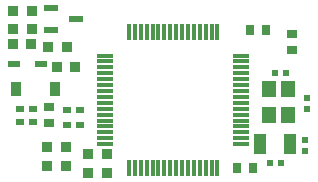
<source format=gtp>
G04*
G04 #@! TF.GenerationSoftware,Altium Limited,Altium Designer,20.0.2 (26)*
G04*
G04 Layer_Color=8421504*
%FSLAX25Y25*%
%MOIN*%
G70*
G01*
G75*
%ADD14R,0.02953X0.03701*%
%ADD15R,0.03701X0.02953*%
%ADD16R,0.02756X0.02362*%
%ADD17R,0.02441X0.02362*%
%ADD18R,0.02362X0.02441*%
%ADD19R,0.03347X0.03347*%
%ADD20R,0.05118X0.02362*%
%ADD21R,0.04272X0.02165*%
%ADD22R,0.03583X0.04803*%
%ADD23R,0.03347X0.03347*%
%ADD24R,0.03937X0.07087*%
%ADD25R,0.04724X0.05512*%
%ADD26R,0.05807X0.01181*%
%ADD27R,0.01181X0.05807*%
D14*
X83866Y13693D02*
D03*
X78354D02*
D03*
X82768Y59764D02*
D03*
X88279D02*
D03*
D15*
X96811Y52953D02*
D03*
Y58465D02*
D03*
X15677Y34083D02*
D03*
Y28571D02*
D03*
D16*
X10429Y28941D02*
D03*
X6098D02*
D03*
X10429Y33358D02*
D03*
X6098D02*
D03*
X21701Y27953D02*
D03*
X26032D02*
D03*
X21701Y32972D02*
D03*
X26032D02*
D03*
D17*
X101677Y37138D02*
D03*
Y33516D02*
D03*
X101012Y19287D02*
D03*
Y22909D02*
D03*
D18*
X94886Y45390D02*
D03*
X91264D02*
D03*
X93126Y15303D02*
D03*
X89504D02*
D03*
D19*
X28764Y18287D02*
D03*
Y12185D02*
D03*
X34972Y18287D02*
D03*
Y12185D02*
D03*
X15126Y20630D02*
D03*
Y14527D02*
D03*
X21413Y20630D02*
D03*
Y14527D02*
D03*
X3742Y66154D02*
D03*
Y60052D02*
D03*
X10142D02*
D03*
Y66154D02*
D03*
D20*
X16532Y67091D02*
D03*
Y59610D02*
D03*
X24799Y63350D02*
D03*
D21*
X13106Y48520D02*
D03*
X4130D02*
D03*
D22*
X4878Y40130D02*
D03*
X17752D02*
D03*
D23*
X15563Y54094D02*
D03*
X21665D02*
D03*
X9850Y55216D02*
D03*
X3748D02*
D03*
X24587Y47512D02*
D03*
X18484D02*
D03*
D24*
X86248Y21583D02*
D03*
X96091D02*
D03*
D25*
X95550Y31519D02*
D03*
Y40181D02*
D03*
X89250D02*
D03*
Y31519D02*
D03*
D26*
X79791Y21686D02*
D03*
Y23655D02*
D03*
Y25623D02*
D03*
Y27592D02*
D03*
Y29560D02*
D03*
Y31529D02*
D03*
Y33497D02*
D03*
Y35466D02*
D03*
Y37434D02*
D03*
Y39403D02*
D03*
Y41371D02*
D03*
Y43340D02*
D03*
Y45308D02*
D03*
Y47277D02*
D03*
Y49245D02*
D03*
Y51214D02*
D03*
X34609D02*
D03*
Y49245D02*
D03*
Y47277D02*
D03*
Y45308D02*
D03*
Y43340D02*
D03*
Y41371D02*
D03*
Y39403D02*
D03*
Y37434D02*
D03*
Y35466D02*
D03*
Y33497D02*
D03*
Y31529D02*
D03*
Y29560D02*
D03*
Y27592D02*
D03*
Y25623D02*
D03*
Y23655D02*
D03*
Y21686D02*
D03*
D27*
X71964Y59041D02*
D03*
X69995D02*
D03*
X68027D02*
D03*
X66058D02*
D03*
X64090D02*
D03*
X62121D02*
D03*
X60153D02*
D03*
X58184D02*
D03*
X56216D02*
D03*
X54247D02*
D03*
X52279D02*
D03*
X50310D02*
D03*
X48342D02*
D03*
X46373D02*
D03*
X44405D02*
D03*
X42436D02*
D03*
Y13859D02*
D03*
X44405D02*
D03*
X46373D02*
D03*
X48342D02*
D03*
X50310D02*
D03*
X52279D02*
D03*
X54247D02*
D03*
X56216D02*
D03*
X58184D02*
D03*
X60153D02*
D03*
X62121D02*
D03*
X64090D02*
D03*
X66058D02*
D03*
X68027D02*
D03*
X69995D02*
D03*
X71964D02*
D03*
M02*

</source>
